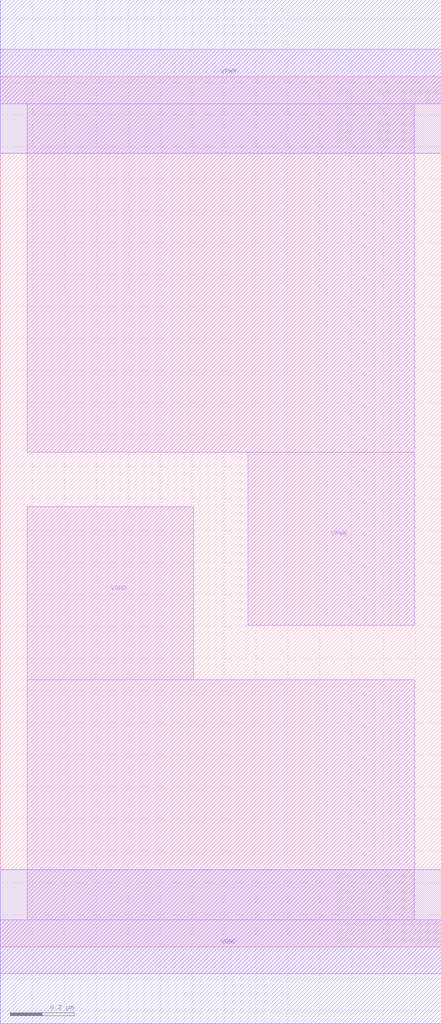
<source format=lef>
# Copyright 2020 The SkyWater PDK Authors
#
# Licensed under the Apache License, Version 2.0 (the "License");
# you may not use this file except in compliance with the License.
# You may obtain a copy of the License at
#
#     https://www.apache.org/licenses/LICENSE-2.0
#
# Unless required by applicable law or agreed to in writing, software
# distributed under the License is distributed on an "AS IS" BASIS,
# WITHOUT WARRANTIES OR CONDITIONS OF ANY KIND, either express or implied.
# See the License for the specific language governing permissions and
# limitations under the License.
#
# SPDX-License-Identifier: Apache-2.0

VERSION 5.5 ;
NAMESCASESENSITIVE ON ;
BUSBITCHARS "[]" ;
DIVIDERCHAR "/" ;
MACRO sky130_fd_sc_hd__decap_3
  CLASS CORE SPACER ;
  SOURCE USER ;
  ORIGIN  0.000000  0.000000 ;
  SIZE  1.380000 BY  2.720000 ;
  SYMMETRY X Y R90 ;
  SITE unithd ;
  PIN VGND
    DIRECTION INOUT ;
    SHAPE ABUTMENT ;
    USE GROUND ;
    PORT
      LAYER li1 ;
        RECT 0.000000 -0.085000 1.380000 0.085000 ;
        RECT 0.085000  0.085000 1.295000 0.835000 ;
        RECT 0.085000  0.835000 0.605000 1.375000 ;
    END
    PORT
      LAYER met1 ;
        RECT 0.000000 -0.240000 1.380000 0.240000 ;
    END
  END VGND
  PIN VNB
    DIRECTION INOUT ;
    USE GROUND ;
    PORT
    END
  END VNB
  PIN VPB
    DIRECTION INOUT ;
    USE POWER ;
    PORT
    END
  END VPB
  PIN VPWR
    DIRECTION INOUT ;
    SHAPE ABUTMENT ;
    USE POWER ;
    PORT
      LAYER li1 ;
        RECT 0.000000 2.635000 1.380000 2.805000 ;
        RECT 0.085000 1.545000 1.295000 2.635000 ;
        RECT 0.775000 1.005000 1.295000 1.545000 ;
    END
    PORT
      LAYER met1 ;
        RECT 0.000000 2.480000 1.380000 2.960000 ;
    END
  END VPWR
  OBS
  END
END sky130_fd_sc_hd__decap_3
END LIBRARY

</source>
